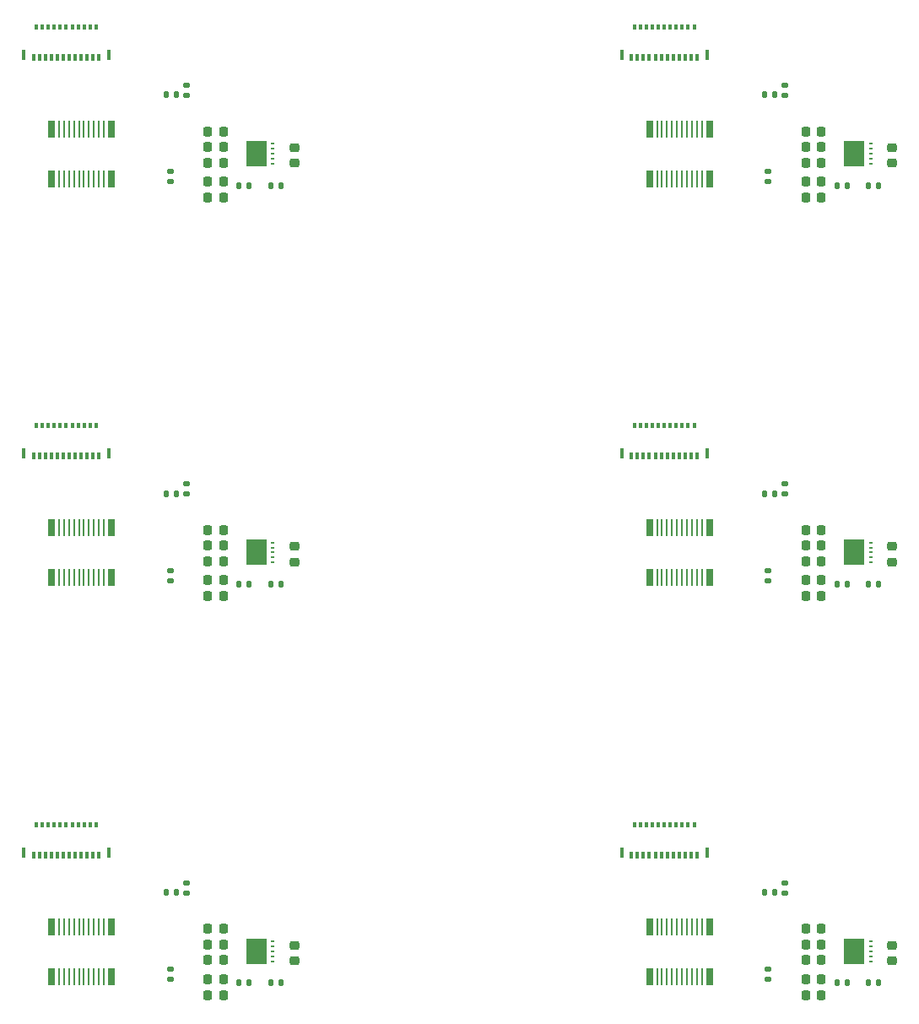
<source format=gbr>
G04 #@! TF.GenerationSoftware,KiCad,Pcbnew,7.0.7*
G04 #@! TF.CreationDate,2024-04-05T11:51:01+02:00*
G04 #@! TF.ProjectId,Versa_ECG_PPG_panel,56657273-615f-4454-9347-5f5050475f70,00*
G04 #@! TF.SameCoordinates,Original*
G04 #@! TF.FileFunction,Paste,Bot*
G04 #@! TF.FilePolarity,Positive*
%FSLAX46Y46*%
G04 Gerber Fmt 4.6, Leading zero omitted, Abs format (unit mm)*
G04 Created by KiCad (PCBNEW 7.0.7) date 2024-04-05 11:51:01*
%MOMM*%
%LPD*%
G01*
G04 APERTURE LIST*
G04 Aperture macros list*
%AMRoundRect*
0 Rectangle with rounded corners*
0 $1 Rounding radius*
0 $2 $3 $4 $5 $6 $7 $8 $9 X,Y pos of 4 corners*
0 Add a 4 corners polygon primitive as box body*
4,1,4,$2,$3,$4,$5,$6,$7,$8,$9,$2,$3,0*
0 Add four circle primitives for the rounded corners*
1,1,$1+$1,$2,$3*
1,1,$1+$1,$4,$5*
1,1,$1+$1,$6,$7*
1,1,$1+$1,$8,$9*
0 Add four rect primitives between the rounded corners*
20,1,$1+$1,$2,$3,$4,$5,0*
20,1,$1+$1,$4,$5,$6,$7,0*
20,1,$1+$1,$6,$7,$8,$9,0*
20,1,$1+$1,$8,$9,$2,$3,0*%
G04 Aperture macros list end*
%ADD10RoundRect,0.135000X-0.185000X0.135000X-0.185000X-0.135000X0.185000X-0.135000X0.185000X0.135000X0*%
%ADD11RoundRect,0.135000X-0.135000X-0.185000X0.135000X-0.185000X0.135000X0.185000X-0.135000X0.185000X0*%
%ADD12RoundRect,0.225000X0.225000X0.250000X-0.225000X0.250000X-0.225000X-0.250000X0.225000X-0.250000X0*%
%ADD13RoundRect,0.135000X0.135000X0.185000X-0.135000X0.185000X-0.135000X-0.185000X0.135000X-0.185000X0*%
%ADD14RoundRect,0.225000X-0.225000X-0.250000X0.225000X-0.250000X0.225000X0.250000X-0.225000X0.250000X0*%
%ADD15R,0.300000X0.250000*%
%ADD16R,2.100000X2.550000*%
%ADD17RoundRect,0.225000X-0.250000X0.225000X-0.250000X-0.225000X0.250000X-0.225000X0.250000X0.225000X0*%
%ADD18R,0.250000X1.800000*%
%ADD19R,0.750000X1.800000*%
%ADD20R,0.300000X0.670000*%
%ADD21R,0.300000X0.500000*%
%ADD22R,0.350000X1.000000*%
G04 APERTURE END LIST*
D10*
X187467000Y-124175000D03*
X187467000Y-125195000D03*
D11*
X135872000Y-94230000D03*
X136892000Y-94230000D03*
D12*
X131140000Y-131940000D03*
X129590000Y-131940000D03*
D13*
X126453000Y-45144000D03*
X125433000Y-45144000D03*
D14*
X189590000Y-88813000D03*
X191140000Y-88813000D03*
X129590000Y-88813000D03*
X131140000Y-88813000D03*
D12*
X131140000Y-51940000D03*
X129590000Y-51940000D03*
D10*
X125812000Y-52857000D03*
X125812000Y-53877000D03*
D14*
X189590000Y-93846000D03*
X191140000Y-93846000D03*
D13*
X126453000Y-85144000D03*
X125433000Y-85144000D03*
D14*
X129590000Y-50376500D03*
X131140000Y-50376500D03*
D15*
X136082000Y-130050000D03*
X136082000Y-130550000D03*
X136082000Y-131050000D03*
X136082000Y-131550000D03*
X136082000Y-132050000D03*
D16*
X134432000Y-131050000D03*
D15*
X196082000Y-90050000D03*
X196082000Y-90550000D03*
X196082000Y-91050000D03*
X196082000Y-91550000D03*
X196082000Y-92050000D03*
D16*
X194432000Y-91050000D03*
D14*
X129590000Y-133846000D03*
X131140000Y-133846000D03*
X189590000Y-50376500D03*
X191140000Y-50376500D03*
D11*
X195872000Y-94230000D03*
X196892000Y-94230000D03*
D10*
X125812000Y-92857000D03*
X125812000Y-93877000D03*
X127467000Y-44175000D03*
X127467000Y-45195000D03*
D17*
X138237000Y-50448000D03*
X138237000Y-51998000D03*
X198237000Y-90448000D03*
X198237000Y-91998000D03*
D11*
X135872000Y-134230000D03*
X136892000Y-134230000D03*
X135872000Y-54230000D03*
X136892000Y-54230000D03*
D15*
X196082000Y-50050000D03*
X196082000Y-50550000D03*
X196082000Y-51050000D03*
X196082000Y-51550000D03*
X196082000Y-52050000D03*
D16*
X194432000Y-51050000D03*
D13*
X126453000Y-125144000D03*
X125433000Y-125144000D03*
D11*
X132677000Y-54227000D03*
X133697000Y-54227000D03*
D13*
X186453000Y-125144000D03*
X185433000Y-125144000D03*
D18*
X179146500Y-93564500D03*
X179146500Y-88564500D03*
X178646500Y-93564500D03*
X178646500Y-88564500D03*
X178146500Y-93564500D03*
X178146500Y-88564500D03*
X177646500Y-93564500D03*
X177646500Y-88564500D03*
X177146500Y-93564500D03*
X177146500Y-88564500D03*
X176646500Y-93564500D03*
X176646500Y-88564500D03*
X176146500Y-93564500D03*
X176146500Y-88564500D03*
X175646500Y-93564500D03*
X175646500Y-88564500D03*
X175146500Y-93564500D03*
X175146500Y-88564500D03*
X174646500Y-93564500D03*
X174646500Y-88564500D03*
D19*
X179896500Y-93564500D03*
X179896500Y-88564500D03*
X173896500Y-88564500D03*
X173896500Y-93564500D03*
D10*
X125812000Y-132857000D03*
X125812000Y-133877000D03*
D20*
X178675000Y-121400000D03*
D21*
X178375000Y-118335000D03*
D20*
X178075000Y-121400000D03*
D21*
X177775000Y-118335000D03*
D20*
X177475000Y-121400000D03*
D21*
X177175000Y-118335000D03*
D20*
X176875000Y-121400000D03*
D21*
X176575000Y-118335000D03*
D20*
X176275000Y-121400000D03*
D21*
X175975000Y-118335000D03*
D20*
X175675000Y-121400000D03*
D21*
X175375000Y-118335000D03*
D20*
X175075000Y-121400000D03*
D21*
X174775000Y-118335000D03*
D20*
X174475000Y-121400000D03*
D21*
X174175000Y-118335000D03*
D20*
X173875000Y-121400000D03*
D21*
X173575000Y-118335000D03*
D20*
X173275000Y-121400000D03*
D21*
X172975000Y-118335000D03*
D20*
X172675000Y-121400000D03*
D21*
X172375000Y-118335000D03*
D20*
X172075000Y-121400000D03*
D22*
X179650000Y-121135000D03*
X171100000Y-121135000D03*
D15*
X136082000Y-90050000D03*
X136082000Y-90550000D03*
X136082000Y-91050000D03*
X136082000Y-91550000D03*
X136082000Y-92050000D03*
D16*
X134432000Y-91050000D03*
D11*
X192677000Y-134227000D03*
X193697000Y-134227000D03*
D12*
X191140000Y-91940000D03*
X189590000Y-91940000D03*
X131140000Y-91940000D03*
X129590000Y-91940000D03*
D20*
X178675000Y-81400000D03*
D21*
X178375000Y-78335000D03*
D20*
X178075000Y-81400000D03*
D21*
X177775000Y-78335000D03*
D20*
X177475000Y-81400000D03*
D21*
X177175000Y-78335000D03*
D20*
X176875000Y-81400000D03*
D21*
X176575000Y-78335000D03*
D20*
X176275000Y-81400000D03*
D21*
X175975000Y-78335000D03*
D20*
X175675000Y-81400000D03*
D21*
X175375000Y-78335000D03*
D20*
X175075000Y-81400000D03*
D21*
X174775000Y-78335000D03*
D20*
X174475000Y-81400000D03*
D21*
X174175000Y-78335000D03*
D20*
X173875000Y-81400000D03*
D21*
X173575000Y-78335000D03*
D20*
X173275000Y-81400000D03*
D21*
X172975000Y-78335000D03*
D20*
X172675000Y-81400000D03*
D21*
X172375000Y-78335000D03*
D20*
X172075000Y-81400000D03*
D22*
X179650000Y-81135000D03*
X171100000Y-81135000D03*
D20*
X118675000Y-41400000D03*
D21*
X118375000Y-38335000D03*
D20*
X118075000Y-41400000D03*
D21*
X117775000Y-38335000D03*
D20*
X117475000Y-41400000D03*
D21*
X117175000Y-38335000D03*
D20*
X116875000Y-41400000D03*
D21*
X116575000Y-38335000D03*
D20*
X116275000Y-41400000D03*
D21*
X115975000Y-38335000D03*
D20*
X115675000Y-41400000D03*
D21*
X115375000Y-38335000D03*
D20*
X115075000Y-41400000D03*
D21*
X114775000Y-38335000D03*
D20*
X114475000Y-41400000D03*
D21*
X114175000Y-38335000D03*
D20*
X113875000Y-41400000D03*
D21*
X113575000Y-38335000D03*
D20*
X113275000Y-41400000D03*
D21*
X112975000Y-38335000D03*
D20*
X112675000Y-41400000D03*
D21*
X112375000Y-38335000D03*
D20*
X112075000Y-41400000D03*
D22*
X119650000Y-41135000D03*
X111100000Y-41135000D03*
D14*
X189590000Y-48813000D03*
X191140000Y-48813000D03*
D10*
X187467000Y-44175000D03*
X187467000Y-45195000D03*
D14*
X189590000Y-55420000D03*
X191140000Y-55420000D03*
D18*
X179146500Y-53564500D03*
X179146500Y-48564500D03*
X178646500Y-53564500D03*
X178646500Y-48564500D03*
X178146500Y-53564500D03*
X178146500Y-48564500D03*
X177646500Y-53564500D03*
X177646500Y-48564500D03*
X177146500Y-53564500D03*
X177146500Y-48564500D03*
X176646500Y-53564500D03*
X176646500Y-48564500D03*
X176146500Y-53564500D03*
X176146500Y-48564500D03*
X175646500Y-53564500D03*
X175646500Y-48564500D03*
X175146500Y-53564500D03*
X175146500Y-48564500D03*
X174646500Y-53564500D03*
X174646500Y-48564500D03*
D19*
X179896500Y-53564500D03*
X179896500Y-48564500D03*
X173896500Y-48564500D03*
X173896500Y-53564500D03*
D10*
X187467000Y-84175000D03*
X187467000Y-85195000D03*
D14*
X129590000Y-93846000D03*
X131140000Y-93846000D03*
D20*
X178675000Y-41400000D03*
D21*
X178375000Y-38335000D03*
D20*
X178075000Y-41400000D03*
D21*
X177775000Y-38335000D03*
D20*
X177475000Y-41400000D03*
D21*
X177175000Y-38335000D03*
D20*
X176875000Y-41400000D03*
D21*
X176575000Y-38335000D03*
D20*
X176275000Y-41400000D03*
D21*
X175975000Y-38335000D03*
D20*
X175675000Y-41400000D03*
D21*
X175375000Y-38335000D03*
D20*
X175075000Y-41400000D03*
D21*
X174775000Y-38335000D03*
D20*
X174475000Y-41400000D03*
D21*
X174175000Y-38335000D03*
D20*
X173875000Y-41400000D03*
D21*
X173575000Y-38335000D03*
D20*
X173275000Y-41400000D03*
D21*
X172975000Y-38335000D03*
D20*
X172675000Y-41400000D03*
D21*
X172375000Y-38335000D03*
D20*
X172075000Y-41400000D03*
D22*
X179650000Y-41135000D03*
X171100000Y-41135000D03*
D18*
X119146500Y-53564500D03*
X119146500Y-48564500D03*
X118646500Y-53564500D03*
X118646500Y-48564500D03*
X118146500Y-53564500D03*
X118146500Y-48564500D03*
X117646500Y-53564500D03*
X117646500Y-48564500D03*
X117146500Y-53564500D03*
X117146500Y-48564500D03*
X116646500Y-53564500D03*
X116646500Y-48564500D03*
X116146500Y-53564500D03*
X116146500Y-48564500D03*
X115646500Y-53564500D03*
X115646500Y-48564500D03*
X115146500Y-53564500D03*
X115146500Y-48564500D03*
X114646500Y-53564500D03*
X114646500Y-48564500D03*
D19*
X119896500Y-53564500D03*
X119896500Y-48564500D03*
X113896500Y-48564500D03*
X113896500Y-53564500D03*
D17*
X198237000Y-130448000D03*
X198237000Y-131998000D03*
D14*
X129590000Y-128813000D03*
X131140000Y-128813000D03*
X129590000Y-90376500D03*
X131140000Y-90376500D03*
X189590000Y-133846000D03*
X191140000Y-133846000D03*
D20*
X118675000Y-81400000D03*
D21*
X118375000Y-78335000D03*
D20*
X118075000Y-81400000D03*
D21*
X117775000Y-78335000D03*
D20*
X117475000Y-81400000D03*
D21*
X117175000Y-78335000D03*
D20*
X116875000Y-81400000D03*
D21*
X116575000Y-78335000D03*
D20*
X116275000Y-81400000D03*
D21*
X115975000Y-78335000D03*
D20*
X115675000Y-81400000D03*
D21*
X115375000Y-78335000D03*
D20*
X115075000Y-81400000D03*
D21*
X114775000Y-78335000D03*
D20*
X114475000Y-81400000D03*
D21*
X114175000Y-78335000D03*
D20*
X113875000Y-81400000D03*
D21*
X113575000Y-78335000D03*
D20*
X113275000Y-81400000D03*
D21*
X112975000Y-78335000D03*
D20*
X112675000Y-81400000D03*
D21*
X112375000Y-78335000D03*
D20*
X112075000Y-81400000D03*
D22*
X119650000Y-81135000D03*
X111100000Y-81135000D03*
D13*
X186453000Y-85144000D03*
X185433000Y-85144000D03*
D14*
X129590000Y-53846000D03*
X131140000Y-53846000D03*
X189590000Y-53846000D03*
X191140000Y-53846000D03*
D12*
X191140000Y-51940000D03*
X189590000Y-51940000D03*
D18*
X179146500Y-133564500D03*
X179146500Y-128564500D03*
X178646500Y-133564500D03*
X178646500Y-128564500D03*
X178146500Y-133564500D03*
X178146500Y-128564500D03*
X177646500Y-133564500D03*
X177646500Y-128564500D03*
X177146500Y-133564500D03*
X177146500Y-128564500D03*
X176646500Y-133564500D03*
X176646500Y-128564500D03*
X176146500Y-133564500D03*
X176146500Y-128564500D03*
X175646500Y-133564500D03*
X175646500Y-128564500D03*
X175146500Y-133564500D03*
X175146500Y-128564500D03*
X174646500Y-133564500D03*
X174646500Y-128564500D03*
D19*
X179896500Y-133564500D03*
X179896500Y-128564500D03*
X173896500Y-128564500D03*
X173896500Y-133564500D03*
D11*
X195872000Y-54230000D03*
X196892000Y-54230000D03*
D14*
X129590000Y-135420000D03*
X131140000Y-135420000D03*
X129590000Y-48813000D03*
X131140000Y-48813000D03*
D17*
X138237000Y-130448000D03*
X138237000Y-131998000D03*
X138237000Y-90448000D03*
X138237000Y-91998000D03*
D12*
X191140000Y-131940000D03*
X189590000Y-131940000D03*
D10*
X127467000Y-124175000D03*
X127467000Y-125195000D03*
D11*
X192677000Y-54227000D03*
X193697000Y-54227000D03*
D14*
X189590000Y-90376500D03*
X191140000Y-90376500D03*
X129590000Y-95420000D03*
X131140000Y-95420000D03*
X189590000Y-130376500D03*
X191140000Y-130376500D03*
D10*
X185812000Y-132857000D03*
X185812000Y-133877000D03*
D11*
X192677000Y-94227000D03*
X193697000Y-94227000D03*
D18*
X119146500Y-93564500D03*
X119146500Y-88564500D03*
X118646500Y-93564500D03*
X118646500Y-88564500D03*
X118146500Y-93564500D03*
X118146500Y-88564500D03*
X117646500Y-93564500D03*
X117646500Y-88564500D03*
X117146500Y-93564500D03*
X117146500Y-88564500D03*
X116646500Y-93564500D03*
X116646500Y-88564500D03*
X116146500Y-93564500D03*
X116146500Y-88564500D03*
X115646500Y-93564500D03*
X115646500Y-88564500D03*
X115146500Y-93564500D03*
X115146500Y-88564500D03*
X114646500Y-93564500D03*
X114646500Y-88564500D03*
D19*
X119896500Y-93564500D03*
X119896500Y-88564500D03*
X113896500Y-88564500D03*
X113896500Y-93564500D03*
D10*
X185812000Y-52857000D03*
X185812000Y-53877000D03*
D14*
X189590000Y-95420000D03*
X191140000Y-95420000D03*
D13*
X186453000Y-45144000D03*
X185433000Y-45144000D03*
D20*
X118675000Y-121400000D03*
D21*
X118375000Y-118335000D03*
D20*
X118075000Y-121400000D03*
D21*
X117775000Y-118335000D03*
D20*
X117475000Y-121400000D03*
D21*
X117175000Y-118335000D03*
D20*
X116875000Y-121400000D03*
D21*
X116575000Y-118335000D03*
D20*
X116275000Y-121400000D03*
D21*
X115975000Y-118335000D03*
D20*
X115675000Y-121400000D03*
D21*
X115375000Y-118335000D03*
D20*
X115075000Y-121400000D03*
D21*
X114775000Y-118335000D03*
D20*
X114475000Y-121400000D03*
D21*
X114175000Y-118335000D03*
D20*
X113875000Y-121400000D03*
D21*
X113575000Y-118335000D03*
D20*
X113275000Y-121400000D03*
D21*
X112975000Y-118335000D03*
D20*
X112675000Y-121400000D03*
D21*
X112375000Y-118335000D03*
D20*
X112075000Y-121400000D03*
D22*
X119650000Y-121135000D03*
X111100000Y-121135000D03*
D14*
X129590000Y-130376500D03*
X131140000Y-130376500D03*
D15*
X196082000Y-130050000D03*
X196082000Y-130550000D03*
X196082000Y-131050000D03*
X196082000Y-131550000D03*
X196082000Y-132050000D03*
D16*
X194432000Y-131050000D03*
D11*
X132677000Y-94227000D03*
X133697000Y-94227000D03*
D14*
X189590000Y-135420000D03*
X191140000Y-135420000D03*
D10*
X127467000Y-84175000D03*
X127467000Y-85195000D03*
D11*
X132677000Y-134227000D03*
X133697000Y-134227000D03*
D17*
X198237000Y-50448000D03*
X198237000Y-51998000D03*
D14*
X189590000Y-128813000D03*
X191140000Y-128813000D03*
D10*
X185812000Y-92857000D03*
X185812000Y-93877000D03*
D14*
X129590000Y-55420000D03*
X131140000Y-55420000D03*
D15*
X136082000Y-50050000D03*
X136082000Y-50550000D03*
X136082000Y-51050000D03*
X136082000Y-51550000D03*
X136082000Y-52050000D03*
D16*
X134432000Y-51050000D03*
D18*
X119146500Y-133564500D03*
X119146500Y-128564500D03*
X118646500Y-133564500D03*
X118646500Y-128564500D03*
X118146500Y-133564500D03*
X118146500Y-128564500D03*
X117646500Y-133564500D03*
X117646500Y-128564500D03*
X117146500Y-133564500D03*
X117146500Y-128564500D03*
X116646500Y-133564500D03*
X116646500Y-128564500D03*
X116146500Y-133564500D03*
X116146500Y-128564500D03*
X115646500Y-133564500D03*
X115646500Y-128564500D03*
X115146500Y-133564500D03*
X115146500Y-128564500D03*
X114646500Y-133564500D03*
X114646500Y-128564500D03*
D19*
X119896500Y-133564500D03*
X119896500Y-128564500D03*
X113896500Y-128564500D03*
X113896500Y-133564500D03*
D11*
X195872000Y-134230000D03*
X196892000Y-134230000D03*
M02*

</source>
